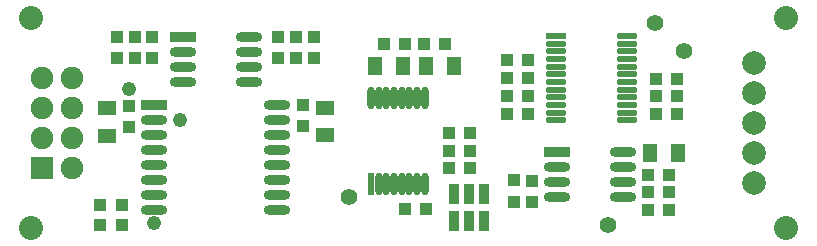
<source format=gts>
%FSTAX23Y23*%
%MOIN*%
%SFA1B1*%

%IPPOS*%
%ADD27C,0.048000*%
%ADD43R,0.043400X0.039500*%
%ADD44R,0.039500X0.043400*%
%ADD45R,0.088000X0.032000*%
%ADD46O,0.088000X0.032000*%
%ADD47R,0.049300X0.059200*%
%ADD48R,0.059200X0.049300*%
%ADD49O,0.068000X0.023000*%
%ADD50R,0.068000X0.023000*%
%ADD51O,0.088000X0.033000*%
%ADD52O,0.023700X0.074900*%
%ADD53R,0.023700X0.074900*%
%ADD54R,0.035600X0.065100*%
%ADD55C,0.074900*%
%ADD56R,0.074900X0.074900*%
%ADD57C,0.080000*%
%ADD58C,0.056000*%
%ADD59C,0.078900*%
%LNcn0349-1*%
%LPD*%
G54D27*
X00375Y00515D03*
X0046Y00068D03*
X00546Y0041D03*
G54D43*
X01365Y00114D03*
X01294D03*
X02176Y00169D03*
X02105D03*
X01443Y00249D03*
X01513D03*
X01443Y00308D03*
X01513D03*
X01295Y00665D03*
X01224D03*
X0028Y00127D03*
X00351D03*
Y00061D03*
X0028D03*
X01358Y00665D03*
X01428D03*
X02176Y00228D03*
X02105D03*
X01635Y00609D03*
X01705D03*
X01635Y00549D03*
X01705D03*
X01706Y00491D03*
X01635D03*
X02203Y0043D03*
X02132D03*
X01635Y00432D03*
X01705D03*
X02203Y00489D03*
X02132D03*
X02203Y00548D03*
X02132D03*
X02105Y0011D03*
X02175D03*
X01443Y00367D03*
X01513D03*
G54D44*
X00453Y00617D03*
Y00687D03*
X00932Y00616D03*
Y00686D03*
X00991Y00616D03*
Y00686D03*
X01658Y00209D03*
Y00138D03*
X01717Y00138D03*
Y00208D03*
X00955Y0046D03*
Y00389D03*
X00374Y00458D03*
Y00387D03*
X00394Y00617D03*
Y00687D03*
X00335Y00617D03*
Y00687D03*
X00873Y00616D03*
Y00686D03*
G54D45*
X00556Y00688D03*
X01801Y00304D03*
X0046Y0046D03*
G54D46*
X00556Y00638D03*
Y00588D03*
Y00538D03*
X00776D03*
Y00588D03*
Y00638D03*
Y00688D03*
X01801Y00254D03*
Y00204D03*
Y00154D03*
X02021D03*
Y00204D03*
Y00254D03*
Y00304D03*
X00869Y0011D03*
X0046D03*
Y0041D03*
Y0026D03*
Y0016D03*
X00869Y0021D03*
Y0031D03*
Y0036D03*
Y0041D03*
Y0046D03*
X0046Y0031D03*
X00869Y0026D03*
Y0016D03*
X0046Y0021D03*
G54D47*
X01196Y00592D03*
X01288D03*
X01458D03*
X01365D03*
X02112Y00301D03*
X02204D03*
G54D48*
X01028Y0036D03*
Y00452D03*
X00301Y00358D03*
Y0045D03*
G54D49*
X02035Y00409D03*
Y00435D03*
Y0046D03*
Y00486D03*
X01798Y00665D03*
Y00614D03*
Y00588D03*
Y00563D03*
Y00537D03*
X02035Y00691D03*
Y00665D03*
Y00639D03*
Y00614D03*
Y00588D03*
Y00563D03*
Y00537D03*
X01798Y00639D03*
Y00511D03*
X02035D03*
X01798Y00486D03*
Y0046D03*
Y00435D03*
Y00409D03*
G54D50*
X01798Y00691D03*
G54D51*
X0046Y0036D03*
G54D52*
X01182Y00483D03*
X01207D03*
X01233D03*
X01258D03*
X01284D03*
X0131D03*
X01335D03*
X01361D03*
X01207Y00198D03*
X01233D03*
X01258D03*
X01284D03*
X0131D03*
X01335D03*
X01361D03*
G54D53*
X01182Y00198D03*
G54D54*
X01457Y00074D03*
X01507D03*
X01557D03*
Y00163D03*
X01507D03*
X01457D03*
G54D55*
X00185Y0055D03*
Y0045D03*
Y0035D03*
Y0025D03*
X00085Y0055D03*
Y0045D03*
Y0035D03*
G54D56*
X00085Y0025D03*
G54D57*
X0005Y0075D03*
Y0005D03*
X02565D03*
Y00749D03*
G54D58*
X0111Y00154D03*
X02226Y00642D03*
X02128Y00734D03*
X01972Y00062D03*
G54D59*
X02458Y00601D03*
Y00501D03*
Y00201D03*
Y00301D03*
Y00401D03*
M02*
</source>
